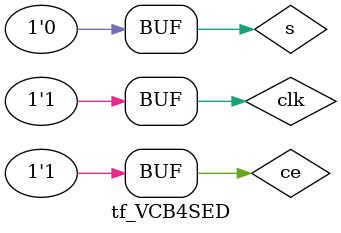
<source format=v>
`timescale 1ns / 1ps


module tf_VCB4SED;

	// Inputs
	reg ce;
	reg clk;
	reg s;

	// Outputs
	wire [3:0] Q;
	wire TC;
	wire CEO;

	// Instantiate the Unit Under Test (UUT)
	VCB4SED uut (
		.ce(ce), 
		.clk(clk), 
		.s(s), 
		.Q(Q), 
		.TC(TC), 
		.CEO(CEO)
	);
	//Ãåíðàòîð ïåðèîäè÷åêêîãî ñèãíàëà ñèíõðîíèçàöèè clk
	parameter Tclk=20; //Ïåðèîä ñèãíàëà ñèíõðîíèçàöèè 20 íñ
	always begin clk=0; #(Tclk/2); clk=1; #(Tclk/2); end
	initial begin
		// Initialize Inputs
		ce = 0;
		clk = 0;
		s = 0;

		// Wait 100 ns for global reset to finish
		#100;
		ce = 0;
		s = 0;
		clk = 0;
		#5; ce = 1;
	#75; ce = 0;
	#20; ce = 1;
	
	#35; s = 1;
	#25; s = 0;
	end
      
endmodule


</source>
